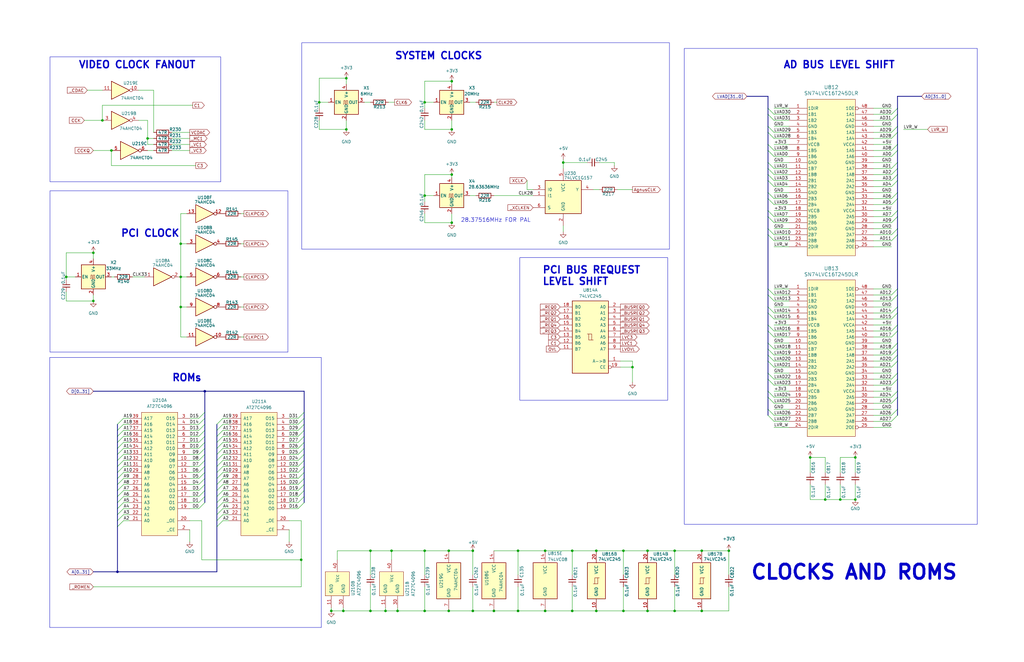
<source format=kicad_sch>
(kicad_sch (version 20231120) (generator "eeschema") (generator_version "8.0")
  (paper "B")
  (title_block (title "AMIGA PCI") (date "2024-05-26") (rev "3.0"))
  (junction (at 241.3 257.81))
  (junction (at 262.89 232.41))
  (junction (at 237.49 68.58))
  (junction (at 179.07 232.41))
  (junction (at 354.33 210.82))
  (junction (at 144.78 257.81))
  (junction (at 241.3 232.41))
  (junction (at 46.99 63.5))
  (junction (at 156.21 257.81))
  (junction (at 360.68 193.04))
  (junction (at 127 236.22))
  (junction (at 49.53 241.3))
  (junction (at 341.63 193.04))
  (junction (at 218.44 257.81))
  (junction (at 39.37 127))
  (junction (at 189.23 232.41))
  (junction (at 134.62 43.18))
  (junction (at 208.28 257.81))
  (junction (at 295.91 232.41))
  (junction (at 262.89 257.81))
  (junction (at 251.46 257.81))
  (junction (at 76.2 116.84))
  (junction (at 273.05 257.81))
  (junction (at 190.5 34.29))
  (junction (at 229.87 257.81))
  (junction (at 190.5 93.98))
  (junction (at 179.07 43.18))
  (junction (at 295.91 257.81))
  (junction (at 251.46 232.41))
  (junction (at 27.94 116.84))
  (junction (at 39.37 106.68))
  (junction (at 179.07 82.55))
  (junction (at 360.68 210.82))
  (junction (at 199.39 257.81))
  (junction (at 139.7 257.81))
  (junction (at 146.05 54.61))
  (junction (at 307.34 232.41))
  (junction (at 76.2 102.87))
  (junction (at 162.56 257.81))
  (junction (at 43.18 50.8))
  (junction (at 179.07 257.81))
  (junction (at 284.48 257.81))
  (junction (at 156.21 232.41))
  (junction (at 229.87 232.41))
  (junction (at 266.7 154.94))
  (junction (at 86.36 165.1))
  (junction (at 218.44 232.41))
  (junction (at 347.98 210.82))
  (junction (at 190.5 73.66))
  (junction (at 165.1 232.41))
  (junction (at 76.2 129.54))
  (junction (at 167.64 257.81))
  (junction (at 199.39 232.41))
  (junction (at 62.23 58.42))
  (junction (at 273.05 232.41))
  (junction (at 146.05 33.02))
  (junction (at 284.48 232.41))
  (junction (at 189.23 257.81))
  (junction (at 190.5 54.61))
  (bus_entry (at 83.82 194.31) (size 2.54 -2.54))
  (bus_entry (at 93.98 214.63) (size -2.54 2.54))
  (bus_entry (at 375.92 48.26) (size 2.54 -2.54))
  (bus_entry (at 326.39 167.64) (size -2.54 -2.54))
  (bus_entry (at 125.73 209.55) (size 2.54 -2.54))
  (bus_entry (at 375.92 139.7) (size 2.54 -2.54))
  (bus_entry (at 93.98 194.31) (size -2.54 2.54))
  (bus_entry (at 83.82 196.85) (size 2.54 -2.54))
  (bus_entry (at 83.82 204.47) (size 2.54 -2.54))
  (bus_entry (at 52.07 207.01) (size -2.54 2.54))
  (bus_entry (at 93.98 207.01) (size -2.54 2.54))
  (bus_entry (at 326.39 124.46) (size -2.54 -2.54))
  (bus_entry (at 52.07 204.47) (size -2.54 2.54))
  (bus_entry (at 326.39 101.6) (size -2.54 -2.54))
  (bus_entry (at 52.07 214.63) (size -2.54 2.54))
  (bus_entry (at 326.39 63.5) (size -2.54 -2.54))
  (bus_entry (at 83.82 181.61) (size 2.54 -2.54))
  (bus_entry (at 93.98 196.85) (size -2.54 2.54))
  (bus_entry (at 375.92 154.94) (size 2.54 -2.54))
  (bus_entry (at 125.73 204.47) (size 2.54 -2.54))
  (bus_entry (at 52.07 184.15) (size -2.54 2.54))
  (bus_entry (at 93.98 186.69) (size -2.54 2.54))
  (bus_entry (at 375.92 66.04) (size 2.54 -2.54))
  (bus_entry (at 375.92 86.36) (size 2.54 -2.54))
  (bus_entry (at 83.82 186.69) (size 2.54 -2.54))
  (bus_entry (at 93.98 189.23) (size -2.54 2.54))
  (bus_entry (at 93.98 212.09) (size -2.54 2.54))
  (bus_entry (at 93.98 201.93) (size -2.54 2.54))
  (bus_entry (at 375.92 160.02) (size 2.54 -2.54))
  (bus_entry (at 375.92 58.42) (size 2.54 -2.54))
  (bus_entry (at 125.73 207.01) (size 2.54 -2.54))
  (bus_entry (at 52.07 191.77) (size -2.54 2.54))
  (bus_entry (at 375.92 55.88) (size 2.54 -2.54))
  (bus_entry (at 83.82 184.15) (size 2.54 -2.54))
  (bus_entry (at 52.07 194.31) (size -2.54 2.54))
  (bus_entry (at 125.73 179.07) (size 2.54 -2.54))
  (bus_entry (at 326.39 149.86) (size -2.54 -2.54))
  (bus_entry (at 52.07 212.09) (size -2.54 2.54))
  (bus_entry (at 326.39 177.8) (size -2.54 -2.54))
  (bus_entry (at 375.92 149.86) (size 2.54 -2.54))
  (bus_entry (at 326.39 175.26) (size -2.54 -2.54))
  (bus_entry (at 83.82 207.01) (size 2.54 -2.54))
  (bus_entry (at 52.07 176.53) (size -2.54 2.54))
  (bus_entry (at 93.98 219.71) (size -2.54 2.54))
  (bus_entry (at 375.92 63.5) (size 2.54 -2.54))
  (bus_entry (at 326.39 154.94) (size -2.54 -2.54))
  (bus_entry (at 326.39 127) (size -2.54 -2.54))
  (bus_entry (at 375.92 93.98) (size 2.54 -2.54))
  (bus_entry (at 326.39 55.88) (size -2.54 -2.54))
  (bus_entry (at 375.92 132.08) (size 2.54 -2.54))
  (bus_entry (at 375.92 71.12) (size 2.54 -2.54))
  (bus_entry (at 326.39 93.98) (size -2.54 -2.54))
  (bus_entry (at 52.07 181.61) (size -2.54 2.54))
  (bus_entry (at 375.92 175.26) (size 2.54 -2.54))
  (bus_entry (at 93.98 179.07) (size -2.54 2.54))
  (bus_entry (at 326.39 76.2) (size -2.54 -2.54))
  (bus_entry (at 83.82 179.07) (size 2.54 -2.54))
  (bus_entry (at 83.82 212.09) (size 2.54 -2.54))
  (bus_entry (at 375.92 78.74) (size 2.54 -2.54))
  (bus_entry (at 375.92 91.44) (size 2.54 -2.54))
  (bus_entry (at 326.39 170.18) (size -2.54 -2.54))
  (bus_entry (at 52.07 219.71) (size -2.54 2.54))
  (bus_entry (at 326.39 78.74) (size -2.54 -2.54))
  (bus_entry (at 125.73 212.09) (size 2.54 -2.54))
  (bus_entry (at 375.92 162.56) (size 2.54 -2.54))
  (bus_entry (at 52.07 196.85) (size -2.54 2.54))
  (bus_entry (at 125.73 186.69) (size 2.54 -2.54))
  (bus_entry (at 375.92 134.62) (size 2.54 -2.54))
  (bus_entry (at 375.92 50.8) (size 2.54 -2.54))
  (bus_entry (at 375.92 152.4) (size 2.54 -2.54))
  (bus_entry (at 52.07 209.55) (size -2.54 2.54))
  (bus_entry (at 125.73 189.23) (size 2.54 -2.54))
  (bus_entry (at 93.98 191.77) (size -2.54 2.54))
  (bus_entry (at 326.39 99.06) (size -2.54 -2.54))
  (bus_entry (at 93.98 217.17) (size -2.54 2.54))
  (bus_entry (at 326.39 147.32) (size -2.54 -2.54))
  (bus_entry (at 83.82 176.53) (size 2.54 -2.54))
  (bus_entry (at 326.39 50.8) (size -2.54 -2.54))
  (bus_entry (at 375.92 177.8) (size 2.54 -2.54))
  (bus_entry (at 326.39 48.26) (size -2.54 -2.54))
  (bus_entry (at 375.92 124.46) (size 2.54 -2.54))
  (bus_entry (at 83.82 191.77) (size 2.54 -2.54))
  (bus_entry (at 326.39 139.7) (size -2.54 -2.54))
  (bus_entry (at 326.39 91.44) (size -2.54 -2.54))
  (bus_entry (at 326.39 152.4) (size -2.54 -2.54))
  (bus_entry (at 326.39 58.42) (size -2.54 -2.54))
  (bus_entry (at 326.39 160.02) (size -2.54 -2.54))
  (bus_entry (at 125.73 214.63) (size 2.54 -2.54))
  (bus_entry (at 93.98 181.61) (size -2.54 2.54))
  (bus_entry (at 375.92 170.18) (size 2.54 -2.54))
  (bus_entry (at 125.73 196.85) (size 2.54 -2.54))
  (bus_entry (at 375.92 142.24) (size 2.54 -2.54))
  (bus_entry (at 375.92 127) (size 2.54 -2.54))
  (bus_entry (at 326.39 162.56) (size -2.54 -2.54))
  (bus_entry (at 125.73 184.15) (size 2.54 -2.54))
  (bus_entry (at 93.98 176.53) (size -2.54 2.54))
  (bus_entry (at 326.39 73.66) (size -2.54 -2.54))
  (bus_entry (at 375.92 101.6) (size 2.54 -2.54))
  (bus_entry (at 326.39 83.82) (size -2.54 -2.54))
  (bus_entry (at 375.92 167.64) (size 2.54 -2.54))
  (bus_entry (at 52.07 189.23) (size -2.54 2.54))
  (bus_entry (at 52.07 201.93) (size -2.54 2.54))
  (bus_entry (at 326.39 71.12) (size -2.54 -2.54))
  (bus_entry (at 83.82 189.23) (size 2.54 -2.54))
  (bus_entry (at 52.07 179.07) (size -2.54 2.54))
  (bus_entry (at 93.98 204.47) (size -2.54 2.54))
  (bus_entry (at 52.07 186.69) (size -2.54 2.54))
  (bus_entry (at 375.92 83.82) (size 2.54 -2.54))
  (bus_entry (at 375.92 99.06) (size 2.54 -2.54))
  (bus_entry (at 326.39 66.04) (size -2.54 -2.54))
  (bus_entry (at 125.73 194.31) (size 2.54 -2.54))
  (bus_entry (at 52.07 217.17) (size -2.54 2.54))
  (bus_entry (at 375.92 76.2) (size 2.54 -2.54))
  (bus_entry (at 125.73 199.39) (size 2.54 -2.54))
  (bus_entry (at 125.73 191.77) (size 2.54 -2.54))
  (bus_entry (at 93.98 184.15) (size -2.54 2.54))
  (bus_entry (at 93.98 209.55) (size -2.54 2.54))
  (bus_entry (at 125.73 181.61) (size 2.54 -2.54))
  (bus_entry (at 83.82 199.39) (size 2.54 -2.54))
  (bus_entry (at 326.39 86.36) (size -2.54 -2.54))
  (bus_entry (at 375.92 147.32) (size 2.54 -2.54))
  (bus_entry (at 375.92 73.66) (size 2.54 -2.54))
  (bus_entry (at 93.98 199.39) (size -2.54 2.54))
  (bus_entry (at 125.73 201.93) (size 2.54 -2.54))
  (bus_entry (at 326.39 134.62) (size -2.54 -2.54))
  (bus_entry (at 326.39 132.08) (size -2.54 -2.54))
  (bus_entry (at 52.07 199.39) (size -2.54 2.54))
  (bus_entry (at 326.39 142.24) (size -2.54 -2.54))
  (bus_entry (at 83.82 201.93) (size 2.54 -2.54))
  (bus_entry (at 125.73 176.53) (size 2.54 -2.54))
  (bus_entry (at 83.82 214.63) (size 2.54 -2.54))
  (bus_entry (at 83.82 209.55) (size 2.54 -2.54))
  (wire (pts (xy 332.74 68.58) (xy 326.39 68.58)))
  (bus (pts (xy 49.53 191.77) (xy 49.53 194.31)))
  (bus (pts (xy 86.36 165.1) (xy 128.27 165.1)))
  (wire (pts (xy 199.39 242.57) (xy 199.39 232.41)))
  (wire (pts (xy 222.25 76.2) (xy 222.25 80.01)))
  (bus (pts (xy 323.85 149.86) (xy 323.85 147.32)))
  (wire (pts (xy 284.48 257.81) (xy 295.91 257.81)))
  (wire (pts (xy 167.64 256.54) (xy 167.64 257.81)))
  (bus (pts (xy 378.46 124.46) (xy 378.46 121.92)))
  (wire (pts (xy 199.39 257.81) (xy 208.28 257.81)))
  (wire (pts (xy 64.77 58.42) (xy 62.23 58.42)))
  (wire (pts (xy 101.6 90.17) (xy 102.87 90.17)))
  (wire (pts (xy 43.18 44.45) (xy 81.28 44.45)))
  (bus (pts (xy 49.53 184.15) (xy 49.53 186.69)))
  (wire (pts (xy 332.74 160.02) (xy 326.39 160.02)))
  (bus (pts (xy 91.44 196.85) (xy 91.44 199.39)))
  (bus (pts (xy 39.37 241.3) (xy 49.53 241.3)))
  (bus (pts (xy 378.46 172.72) (xy 378.46 167.64)))
  (wire (pts (xy 332.74 149.86) (xy 326.39 149.86)))
  (wire (pts (xy 284.48 257.81) (xy 284.48 247.65)))
  (wire (pts (xy 179.07 232.41) (xy 189.23 232.41)))
  (wire (pts (xy 96.52 219.71) (xy 93.98 219.71)))
  (wire (pts (xy 121.92 189.23) (xy 125.73 189.23)))
  (wire (pts (xy 134.62 33.02) (xy 146.05 33.02)))
  (bus (pts (xy 323.85 55.88) (xy 323.85 53.34)))
  (wire (pts (xy 96.52 196.85) (xy 93.98 196.85)))
  (bus (pts (xy 86.36 186.69) (xy 86.36 189.23)))
  (wire (pts (xy 375.92 63.5) (xy 368.3 63.5)))
  (wire (pts (xy 62.23 58.42) (xy 62.23 60.96)))
  (bus (pts (xy 378.46 149.86) (xy 378.46 147.32)))
  (wire (pts (xy 78.74 142.24) (xy 76.2 142.24)))
  (wire (pts (xy 142.24 232.41) (xy 156.21 232.41)))
  (wire (pts (xy 332.74 93.98) (xy 326.39 93.98)))
  (bus (pts (xy 323.85 81.28) (xy 323.85 76.2)))
  (bus (pts (xy 49.53 241.3) (xy 91.44 241.3)))
  (bus (pts (xy 128.27 186.69) (xy 128.27 189.23)))
  (wire (pts (xy 54.61 184.15) (xy 52.07 184.15)))
  (wire (pts (xy 375.92 175.26) (xy 368.3 175.26)))
  (bus (pts (xy 378.46 81.28) (xy 378.46 76.2)))
  (wire (pts (xy 375.92 91.44) (xy 368.3 91.44)))
  (wire (pts (xy 179.07 247.65) (xy 179.07 257.81)))
  (wire (pts (xy 121.92 186.69) (xy 125.73 186.69)))
  (wire (pts (xy 368.3 144.78) (xy 375.92 144.78)))
  (wire (pts (xy 189.23 232.41) (xy 199.39 232.41)))
  (wire (pts (xy 146.05 33.02) (xy 146.05 35.56)))
  (bus (pts (xy 49.53 222.25) (xy 49.53 241.3)))
  (wire (pts (xy 241.3 232.41) (xy 229.87 232.41)))
  (bus (pts (xy 378.46 139.7) (xy 378.46 137.16)))
  (wire (pts (xy 332.74 127) (xy 326.39 127)))
  (wire (pts (xy 341.63 193.04) (xy 347.98 193.04)))
  (wire (pts (xy 332.74 91.44) (xy 326.39 91.44)))
  (wire (pts (xy 101.6 142.24) (xy 102.87 142.24)))
  (wire (pts (xy 332.74 152.4) (xy 326.39 152.4)))
  (wire (pts (xy 368.3 60.96) (xy 375.92 60.96)))
  (wire (pts (xy 78.74 90.17) (xy 76.2 90.17)))
  (bus (pts (xy 49.53 201.93) (xy 49.53 204.47)))
  (wire (pts (xy 80.01 194.31) (xy 83.82 194.31)))
  (wire (pts (xy 332.74 71.12) (xy 326.39 71.12)))
  (wire (pts (xy 80.01 209.55) (xy 83.82 209.55)))
  (wire (pts (xy 368.3 53.34) (xy 375.92 53.34)))
  (bus (pts (xy 49.53 214.63) (xy 49.53 217.17)))
  (bus (pts (xy 378.46 60.96) (xy 378.46 55.88)))
  (wire (pts (xy 368.3 88.9) (xy 375.92 88.9)))
  (wire (pts (xy 332.74 162.56) (xy 326.39 162.56)))
  (wire (pts (xy 332.74 83.82) (xy 326.39 83.82)))
  (wire (pts (xy 39.37 106.68) (xy 39.37 109.22)))
  (wire (pts (xy 375.92 58.42) (xy 368.3 58.42)))
  (bus (pts (xy 91.44 181.61) (xy 91.44 184.15)))
  (wire (pts (xy 266.7 154.94) (xy 261.62 154.94)))
  (wire (pts (xy 218.44 232.41) (xy 229.87 232.41)))
  (bus (pts (xy 128.27 199.39) (xy 128.27 201.93)))
  (wire (pts (xy 198.12 82.55) (xy 200.66 82.55)))
  (wire (pts (xy 96.52 179.07) (xy 93.98 179.07)))
  (bus (pts (xy 128.27 209.55) (xy 128.27 212.09)))
  (wire (pts (xy 121.92 184.15) (xy 125.73 184.15)))
  (wire (pts (xy 222.25 80.01) (xy 224.79 80.01)))
  (wire (pts (xy 162.56 257.81) (xy 167.64 257.81)))
  (bus (pts (xy 128.27 196.85) (xy 128.27 199.39)))
  (wire (pts (xy 31.75 116.84) (xy 27.94 116.84)))
  (wire (pts (xy 368.3 172.72) (xy 375.92 172.72)))
  (wire (pts (xy 332.74 78.74) (xy 326.39 78.74)))
  (bus (pts (xy 128.27 204.47) (xy 128.27 207.01)))
  (bus (pts (xy 378.46 121.92) (xy 378.46 99.06)))
  (bus (pts (xy 378.46 132.08) (xy 378.46 129.54)))
  (wire (pts (xy 332.74 139.7) (xy 326.39 139.7)))
  (wire (pts (xy 27.94 106.68) (xy 39.37 106.68)))
  (wire (pts (xy 332.74 99.06) (xy 326.39 99.06)))
  (wire (pts (xy 332.74 50.8) (xy 326.39 50.8)))
  (wire (pts (xy 80.01 181.61) (xy 83.82 181.61)))
  (wire (pts (xy 121.92 199.39) (xy 125.73 199.39)))
  (bus (pts (xy 323.85 45.72) (xy 323.85 40.64)))
  (wire (pts (xy 307.34 242.57) (xy 307.34 232.41)))
  (wire (pts (xy 218.44 257.81) (xy 229.87 257.81)))
  (bus (pts (xy 378.46 73.66) (xy 378.46 71.12)))
  (wire (pts (xy 368.3 129.54) (xy 375.92 129.54)))
  (wire (pts (xy 80.01 196.85) (xy 83.82 196.85)))
  (wire (pts (xy 332.74 170.18) (xy 326.39 170.18)))
  (wire (pts (xy 182.88 82.55) (xy 179.07 82.55)))
  (wire (pts (xy 138.43 43.18) (xy 134.62 43.18)))
  (wire (pts (xy 121.92 204.47) (xy 125.73 204.47)))
  (wire (pts (xy 273.05 257.81) (xy 284.48 257.81)))
  (wire (pts (xy 179.07 232.41) (xy 179.07 242.57)))
  (wire (pts (xy 39.37 63.5) (xy 46.99 63.5)))
  (wire (pts (xy 43.18 50.8) (xy 43.18 44.45)))
  (wire (pts (xy 96.52 191.77) (xy 93.98 191.77)))
  (bus (pts (xy 378.46 40.64) (xy 388.62 40.64)))
  (wire (pts (xy 27.94 127) (xy 39.37 127)))
  (wire (pts (xy 153.67 43.18) (xy 156.21 43.18)))
  (wire (pts (xy 375.92 134.62) (xy 368.3 134.62)))
  (wire (pts (xy 266.7 152.4) (xy 266.7 154.94)))
  (wire (pts (xy 375.92 76.2) (xy 368.3 76.2)))
  (wire (pts (xy 80.01 204.47) (xy 83.82 204.47)))
  (wire (pts (xy 27.94 116.84) (xy 27.94 106.68)))
  (bus (pts (xy 378.46 147.32) (xy 378.46 144.78)))
  (wire (pts (xy 96.52 189.23) (xy 93.98 189.23)))
  (wire (pts (xy 36.83 38.1) (xy 43.18 38.1)))
  (wire (pts (xy 332.74 45.72) (xy 326.39 45.72)))
  (wire (pts (xy 127 236.22) (xy 127 219.71)))
  (bus (pts (xy 323.85 167.64) (xy 323.85 165.1)))
  (wire (pts (xy 375.92 48.26) (xy 368.3 48.26)))
  (wire (pts (xy 375.92 132.08) (xy 368.3 132.08)))
  (wire (pts (xy 368.3 121.92) (xy 375.92 121.92)))
  (bus (pts (xy 128.27 194.31) (xy 128.27 196.85)))
  (wire (pts (xy 347.98 210.82) (xy 354.33 210.82)))
  (wire (pts (xy 332.74 88.9) (xy 326.39 88.9)))
  (wire (pts (xy 80.01 191.77) (xy 83.82 191.77)))
  (wire (pts (xy 165.1 232.41) (xy 179.07 232.41)))
  (wire (pts (xy 332.74 134.62) (xy 326.39 134.62)))
  (bus (pts (xy 91.44 191.77) (xy 91.44 194.31)))
  (wire (pts (xy 332.74 147.32) (xy 326.39 147.32)))
  (wire (pts (xy 241.3 232.41) (xy 251.46 232.41)))
  (bus (pts (xy 49.53 181.61) (xy 49.53 184.15)))
  (wire (pts (xy 262.89 257.81) (xy 262.89 247.65)))
  (wire (pts (xy 179.07 82.55) (xy 179.07 73.66)))
  (wire (pts (xy 375.92 154.94) (xy 368.3 154.94)))
  (wire (pts (xy 332.74 144.78) (xy 326.39 144.78)))
  (wire (pts (xy 179.07 34.29) (xy 190.5 34.29)))
  (wire (pts (xy 368.3 96.52) (xy 375.92 96.52)))
  (bus (pts (xy 378.46 137.16) (xy 378.46 132.08)))
  (bus (pts (xy 128.27 179.07) (xy 128.27 181.61)))
  (bus (pts (xy 378.46 76.2) (xy 378.46 73.66)))
  (wire (pts (xy 368.3 137.16) (xy 375.92 137.16)))
  (wire (pts (xy 347.98 193.04) (xy 347.98 199.39)))
  (wire (pts (xy 54.61 219.71) (xy 52.07 219.71)))
  (wire (pts (xy 179.07 43.18) (xy 179.07 34.29)))
  (bus (pts (xy 378.46 45.72) (xy 378.46 40.64)))
  (bus (pts (xy 323.85 147.32) (xy 323.85 144.78)))
  (wire (pts (xy 182.88 43.18) (xy 179.07 43.18)))
  (bus (pts (xy 91.44 207.01) (xy 91.44 209.55)))
  (wire (pts (xy 27.94 123.19) (xy 27.94 127)))
  (wire (pts (xy 341.63 210.82) (xy 341.63 204.47)))
  (wire (pts (xy 72.39 55.88) (xy 80.01 55.88)))
  (wire (pts (xy 101.6 129.54) (xy 102.87 129.54)))
  (wire (pts (xy 96.52 194.31) (xy 93.98 194.31)))
  (bus (pts (xy 323.85 96.52) (xy 323.85 91.44)))
  (bus (pts (xy 378.46 160.02) (xy 378.46 157.48)))
  (wire (pts (xy 80.01 223.52) (xy 80.01 228.6)))
  (wire (pts (xy 368.3 104.14) (xy 375.92 104.14)))
  (bus (pts (xy 378.46 129.54) (xy 378.46 124.46)))
  (wire (pts (xy 375.92 83.82) (xy 368.3 83.82)))
  (wire (pts (xy 218.44 247.65) (xy 218.44 257.81)))
  (wire (pts (xy 375.92 162.56) (xy 368.3 162.56)))
  (bus (pts (xy 323.85 68.58) (xy 323.85 63.5)))
  (wire (pts (xy 341.63 199.39) (xy 341.63 193.04)))
  (bus (pts (xy 39.37 165.1) (xy 86.36 165.1)))
  (wire (pts (xy 375.92 78.74) (xy 368.3 78.74)))
  (wire (pts (xy 80.01 214.63) (xy 83.82 214.63)))
  (wire (pts (xy 121.92 176.53) (xy 125.73 176.53)))
  (wire (pts (xy 121.92 219.71) (xy 127 219.71)))
  (wire (pts (xy 332.74 86.36) (xy 326.39 86.36)))
  (wire (pts (xy 156.21 257.81) (xy 162.56 257.81)))
  (wire (pts (xy 332.74 101.6) (xy 326.39 101.6)))
  (wire (pts (xy 80.01 179.07) (xy 83.82 179.07)))
  (wire (pts (xy 354.33 193.04) (xy 354.33 199.39)))
  (wire (pts (xy 199.39 247.65) (xy 199.39 257.81)))
  (bus (pts (xy 378.46 83.82) (xy 378.46 81.28)))
  (wire (pts (xy 72.39 58.42) (xy 80.01 58.42)))
  (bus (pts (xy 323.85 139.7) (xy 323.85 137.16)))
  (wire (pts (xy 262.89 242.57) (xy 262.89 232.41)))
  (bus (pts (xy 378.46 88.9) (xy 378.46 83.82)))
  (wire (pts (xy 121.92 209.55) (xy 125.73 209.55)))
  (wire (pts (xy 134.62 43.18) (xy 134.62 33.02)))
  (bus (pts (xy 323.85 144.78) (xy 323.85 139.7)))
  (wire (pts (xy 80.01 176.53) (xy 83.82 176.53)))
  (wire (pts (xy 262.89 232.41) (xy 251.46 232.41)))
  (bus (pts (xy 86.36 194.31) (xy 86.36 196.85)))
  (wire (pts (xy 96.52 207.01) (xy 93.98 207.01)))
  (wire (pts (xy 76.2 142.24) (xy 76.2 129.54)))
  (wire (pts (xy 80.01 212.09) (xy 83.82 212.09)))
  (wire (pts (xy 76.2 129.54) (xy 76.2 116.84)))
  (wire (pts (xy 96.52 199.39) (xy 93.98 199.39)))
  (bus (pts (xy 323.85 121.92) (xy 323.85 99.06)))
  (wire (pts (xy 121.92 181.61) (xy 125.73 181.61)))
  (wire (pts (xy 375.92 160.02) (xy 368.3 160.02)))
  (wire (pts (xy 96.52 184.15) (xy 93.98 184.15)))
  (wire (pts (xy 58.42 38.1) (xy 64.77 38.1)))
  (wire (pts (xy 54.61 199.39) (xy 52.07 199.39)))
  (wire (pts (xy 208.28 43.18) (xy 209.55 43.18)))
  (wire (pts (xy 55.88 116.84) (xy 60.96 116.84)))
  (bus (pts (xy 86.36 181.61) (xy 86.36 184.15)))
  (wire (pts (xy 360.68 210.82) (xy 360.68 204.47)))
  (wire (pts (xy 54.61 191.77) (xy 52.07 191.77)))
  (bus (pts (xy 378.46 55.88) (xy 378.46 53.34)))
  (bus (pts (xy 49.53 209.55) (xy 49.53 212.09)))
  (wire (pts (xy 332.74 60.96) (xy 326.39 60.96)))
  (bus (pts (xy 128.27 184.15) (xy 128.27 186.69)))
  (wire (pts (xy 134.62 54.61) (xy 146.05 54.61)))
  (wire (pts (xy 252.73 68.58) (xy 259.08 68.58)))
  (bus (pts (xy 49.53 186.69) (xy 49.53 189.23)))
  (wire (pts (xy 375.92 167.64) (xy 368.3 167.64)))
  (wire (pts (xy 139.7 257.81) (xy 144.78 257.81)))
  (wire (pts (xy 62.23 58.42) (xy 62.23 50.8)))
  (bus (pts (xy 49.53 179.07) (xy 49.53 181.61)))
  (wire (pts (xy 237.49 95.25) (xy 237.49 97.79)))
  (wire (pts (xy 375.92 149.86) (xy 368.3 149.86)))
  (wire (pts (xy 80.01 189.23) (xy 83.82 189.23)))
  (bus (pts (xy 323.85 99.06) (xy 323.85 96.52)))
  (wire (pts (xy 237.49 68.58) (xy 247.65 68.58)))
  (wire (pts (xy 165.1 232.41) (xy 165.1 236.22)))
  (wire (pts (xy 190.5 73.66) (xy 190.5 74.93)))
  (wire (pts (xy 72.39 60.96) (xy 80.01 60.96)))
  (wire (pts (xy 332.74 137.16) (xy 326.39 137.16)))
  (wire (pts (xy 54.61 189.23) (xy 52.07 189.23)))
  (wire (pts (xy 332.74 157.48) (xy 326.39 157.48)))
  (bus (pts (xy 91.44 184.15) (xy 91.44 186.69)))
  (wire (pts (xy 241.3 257.81) (xy 251.46 257.81)))
  (wire (pts (xy 332.74 129.54) (xy 326.39 129.54)))
  (wire (pts (xy 80.01 199.39) (xy 83.82 199.39)))
  (bus (pts (xy 86.36 179.07) (xy 86.36 181.61)))
  (wire (pts (xy 96.52 186.69) (xy 93.98 186.69)))
  (wire (pts (xy 332.74 104.14) (xy 326.39 104.14)))
  (wire (pts (xy 332.74 81.28) (xy 326.39 81.28)))
  (wire (pts (xy 375.92 55.88) (xy 368.3 55.88)))
  (bus (pts (xy 323.85 48.26) (xy 323.85 45.72)))
  (bus (pts (xy 323.85 137.16) (xy 323.85 132.08)))
  (wire (pts (xy 54.61 217.17) (xy 52.07 217.17)))
  (wire (pts (xy 375.92 73.66) (xy 368.3 73.66)))
  (wire (pts (xy 179.07 82.55) (xy 179.07 85.09)))
  (wire (pts (xy 284.48 232.41) (xy 273.05 232.41)))
  (bus (pts (xy 91.44 222.25) (xy 91.44 241.3)))
  (wire (pts (xy 332.74 142.24) (xy 326.39 142.24)))
  (bus (pts (xy 128.27 201.93) (xy 128.27 204.47)))
  (wire (pts (xy 96.52 217.17) (xy 93.98 217.17)))
  (bus (pts (xy 91.44 199.39) (xy 91.44 201.93)))
  (wire (pts (xy 54.61 201.93) (xy 52.07 201.93)))
  (wire (pts (xy 80.01 186.69) (xy 83.82 186.69)))
  (wire (pts (xy 179.07 73.66) (xy 190.5 73.66)))
  (wire (pts (xy 179.07 54.61) (xy 190.5 54.61)))
  (bus (pts (xy 323.85 152.4) (xy 323.85 149.86)))
  (bus (pts (xy 323.85 165.1) (xy 323.85 160.02)))
  (wire (pts (xy 251.46 257.81) (xy 262.89 257.81)))
  (wire (pts (xy 121.92 207.01) (xy 125.73 207.01)))
  (bus (pts (xy 378.46 175.26) (xy 378.46 172.72)))
  (bus (pts (xy 323.85 60.96) (xy 323.85 55.88)))
  (bus (pts (xy 323.85 124.46) (xy 323.85 121.92)))
  (bus (pts (xy 323.85 132.08) (xy 323.85 129.54)))
  (wire (pts (xy 179.07 90.17) (xy 179.07 93.98)))
  (wire (pts (xy 121.92 214.63) (xy 125.73 214.63)))
  (bus (pts (xy 49.53 189.23) (xy 49.53 191.77)))
  (wire (pts (xy 375.92 124.46) (xy 368.3 124.46)))
  (wire (pts (xy 375.92 142.24) (xy 368.3 142.24)))
  (bus (pts (xy 378.46 165.1) (xy 378.46 160.02)))
  (bus (pts (xy 49.53 196.85) (xy 49.53 199.39)))
  (wire (pts (xy 179.07 257.81) (xy 189.23 257.81)))
  (bus (pts (xy 49.53 199.39) (xy 49.53 201.93)))
  (bus (pts (xy 86.36 204.47) (xy 86.36 207.01)))
  (bus (pts (xy 86.36 184.15) (xy 86.36 186.69)))
  (wire (pts (xy 241.3 257.81) (xy 241.3 247.65)))
  (wire (pts (xy 96.52 181.61) (xy 93.98 181.61)))
  (bus (pts (xy 378.46 68.58) (xy 378.46 63.5)))
  (wire (pts (xy 375.92 66.04) (xy 368.3 66.04)))
  (wire (pts (xy 179.07 50.8) (xy 179.07 54.61)))
  (bus (pts (xy 49.53 217.17) (xy 49.53 219.71)))
  (wire (pts (xy 332.74 167.64) (xy 326.39 167.64)))
  (bus (pts (xy 49.53 212.09) (xy 49.53 214.63)))
  (wire (pts (xy 375.92 93.98) (xy 368.3 93.98)))
  (bus (pts (xy 49.53 219.71) (xy 49.53 222.25)))
  (bus (pts (xy 86.36 189.23) (xy 86.36 191.77)))
  (wire (pts (xy 332.74 53.34) (xy 326.39 53.34)))
  (bus (pts (xy 378.46 144.78) (xy 378.46 139.7)))
  (wire (pts (xy 96.52 214.63) (xy 93.98 214.63)))
  (wire (pts (xy 54.61 186.69) (xy 52.07 186.69)))
  (bus (pts (xy 323.85 157.48) (xy 323.85 152.4)))
  (wire (pts (xy 46.99 116.84) (xy 48.26 116.84)))
  (bus (pts (xy 86.36 165.1) (xy 86.36 173.99)))
  (wire (pts (xy 360.68 199.39) (xy 360.68 193.04)))
  (wire (pts (xy 266.7 154.94) (xy 266.7 161.29)))
  (bus (pts (xy 49.53 204.47) (xy 49.53 207.01)))
  (wire (pts (xy 261.62 152.4) (xy 266.7 152.4)))
  (bus (pts (xy 91.44 194.31) (xy 91.44 196.85)))
  (wire (pts (xy 332.74 121.92) (xy 326.39 121.92)))
  (bus (pts (xy 323.85 53.34) (xy 323.85 48.26)))
  (wire (pts (xy 368.3 45.72) (xy 375.92 45.72)))
  (bus (pts (xy 86.36 173.99) (xy 86.36 176.53)))
  (wire (pts (xy 354.33 210.82) (xy 360.68 210.82)))
  (wire (pts (xy 218.44 232.41) (xy 218.44 242.57)))
  (wire (pts (xy 121.92 194.31) (xy 125.73 194.31)))
  (wire (pts (xy 332.74 175.26) (xy 326.39 175.26)))
  (wire (pts (xy 72.39 63.5) (xy 80.01 63.5)))
  (wire (pts (xy 46.99 69.85) (xy 46.99 63.5)))
  (bus (pts (xy 378.46 63.5) (xy 378.46 60.96)))
  (bus (pts (xy 128.27 181.61) (xy 128.27 184.15)))
  (bus (pts (xy 323.85 71.12) (xy 323.85 68.58)))
  (wire (pts (xy 332.74 96.52) (xy 326.39 96.52)))
  (bus (pts (xy 323.85 76.2) (xy 323.85 73.66)))
  (bus (pts (xy 86.36 191.77) (xy 86.36 194.31)))
  (wire (pts (xy 332.74 124.46) (xy 326.39 124.46)))
  (bus (pts (xy 91.44 189.23) (xy 91.44 191.77)))
  (wire (pts (xy 85.09 236.22) (xy 127 236.22)))
  (wire (pts (xy 208.28 257.81) (xy 218.44 257.81)))
  (wire (pts (xy 80.01 184.15) (xy 83.82 184.15)))
  (wire (pts (xy 262.89 257.81) (xy 273.05 257.81)))
  (bus (pts (xy 128.27 173.99) (xy 128.27 165.1)))
  (bus (pts (xy 323.85 83.82) (xy 323.85 81.28)))
  (wire (pts (xy 121.92 196.85) (xy 125.73 196.85)))
  (wire (pts (xy 58.42 50.8) (xy 62.23 50.8)))
  (bus (pts (xy 91.44 201.93) (xy 91.44 204.47)))
  (wire (pts (xy 76.2 102.87) (xy 76.2 116.84)))
  (wire (pts (xy 127 247.65) (xy 39.37 247.65)))
  (wire (pts (xy 156.21 232.41) (xy 156.21 242.57)))
  (wire (pts (xy 54.61 194.31) (xy 52.07 194.31)))
  (wire (pts (xy 307.34 257.81) (xy 307.34 247.65)))
  (wire (pts (xy 96.52 212.09) (xy 93.98 212.09)))
  (bus (pts (xy 128.27 176.53) (xy 128.27 179.07)))
  (wire (pts (xy 375.92 71.12) (xy 368.3 71.12)))
  (wire (pts (xy 96.52 204.47) (xy 93.98 204.47)))
  (wire (pts (xy 190.5 90.17) (xy 190.5 93.98)))
  (wire (pts (xy 229.87 257.81) (xy 241.3 257.81)))
  (wire (pts (xy 262.89 232.41) (xy 273.05 232.41)))
  (wire (pts (xy 76.2 116.84) (xy 78.74 116.84)))
  (wire (pts (xy 368.3 180.34) (xy 375.92 180.34)))
  (wire (pts (xy 167.64 257.81) (xy 179.07 257.81)))
  (bus (pts (xy 323.85 175.26) (xy 323.85 172.72)))
  (bus (pts (xy 378.46 157.48) (xy 378.46 152.4)))
  (wire (pts (xy 368.3 165.1) (xy 375.92 165.1)))
  (wire (pts (xy 96.52 176.53) (xy 93.98 176.53)))
  (bus (pts (xy 378.46 53.34) (xy 378.46 48.26)))
  (wire (pts (xy 375.92 177.8) (xy 368.3 177.8)))
  (wire (pts (xy 208.28 232.41) (xy 218.44 232.41)))
  (wire (pts (xy 35.56 50.8) (xy 43.18 50.8)))
  (wire (pts (xy 332.74 63.5) (xy 326.39 63.5)))
  (wire (pts (xy 142.24 232.41) (xy 142.24 236.22)))
  (wire (pts (xy 208.28 82.55) (xy 224.79 82.55)))
  (wire (pts (xy 162.56 256.54) (xy 162.56 257.81)))
  (bus (pts (xy 378.46 99.06) (xy 378.46 96.52)))
  (bus (pts (xy 91.44 204.47) (xy 91.44 207.01)))
  (wire (pts (xy 332.74 165.1) (xy 326.39 165.1)))
  (bus (pts (xy 91.44 217.17) (xy 91.44 219.71)))
  (wire (pts (xy 368.3 157.48) (xy 375.92 157.48)))
  (wire (pts (xy 76.2 90.17) (xy 76.2 102.87)))
  (bus (pts (xy 91.44 219.71) (xy 91.44 222.25)))
  (wire (pts (xy 127 247.65) (xy 127 236.22)))
  (wire (pts (xy 96.52 201.93) (xy 93.98 201.93)))
  (wire (pts (xy 354.33 193.04) (xy 360.68 193.04)))
  (wire (pts (xy 252.73 80.01) (xy 250.19 80.01)))
  (wire (pts (xy 134.62 43.18) (xy 134.62 45.72)))
  (bus (pts (xy 49.53 194.31) (xy 49.53 196.85)))
  (wire (pts (xy 332.74 76.2) (xy 326.39 76.2)))
  (bus (pts (xy 128.27 189.23) (xy 128.27 191.77)))
  (wire (pts (xy 332.74 172.72) (xy 326.39 172.72)))
  (bus (pts (xy 86.36 201.93) (xy 86.36 204.47)))
  (wire (pts (xy 80.01 207.01) (xy 83.82 207.01)))
  (wire (pts (xy 266.7 80.01) (xy 260.35 80.01)))
  (wire (pts (xy 307.34 232.41) (xy 295.91 232.41)))
  (bus (pts (xy 378.46 48.26) (xy 378.46 45.72)))
  (bus (pts (xy 323.85 91.44) (xy 323.85 88.9)))
  (wire (pts (xy 54.61 207.01) (xy 52.07 207.01)))
  (bus (pts (xy 91.44 214.63) (xy 91.44 217.17)))
  (wire (pts (xy 64.77 38.1) (xy 64.77 55.88)))
  (wire (pts (xy 27.94 116.84) (xy 27.94 118.11)))
  (bus (pts (xy 128.27 207.01) (xy 128.27 209.55)))
  (wire (pts (xy 259.08 68.58) (xy 259.08 69.85)))
  (bus (pts (xy 323.85 73.66) (xy 323.85 71.12)))
  (wire (pts (xy 190.5 34.29) (xy 190.5 35.56)))
  (bus (pts (xy 378.46 96.52) (xy 378.46 91.44)))
  (wire (pts (xy 139.7 256.54) (xy 139.7 257.81)))
  (wire (pts (xy 332.74 58.42) (xy 326.39 58.42)))
  (wire (pts (xy 54.61 214.63) (xy 52.07 214.63)))
  (wire (pts (xy 332.74 154.94) (xy 326.39 154.94)))
  (wire (pts (xy 375.92 86.36) (xy 368.3 86.36)))
  (wire (pts (xy 163.83 43.18) (xy 166.37 43.18)))
  (bus (pts (xy 314.96 40.64) (xy 323.85 40.64)))
  (wire (pts (xy 121.92 191.77) (xy 125.73 191.77)))
  (bus (pts (xy 323.85 129.54) (xy 323.85 124.46)))
  (wire (pts (xy 62.23 60.96) (xy 64.77 60.96)))
  (wire (pts (xy 332.74 180.34) (xy 326.39 180.34)))
  (bus (pts (xy 86.36 176.53) (xy 86.36 179.07)))
  (wire (pts (xy 375.92 170.18) (xy 368.3 170.18)))
  (bus (pts (xy 91.44 186.69) (xy 91.44 189.23)))
  (bus (pts (xy 86.36 209.55) (xy 86.36 212.09)))
  (wire (pts (xy 101.6 116.84) (xy 102.87 116.84)))
  (wire (pts (xy 375.92 147.32) (xy 368.3 147.32)))
  (wire (pts (xy 332.74 48.26) (xy 326.39 48.26)))
  (bus (pts (xy 323.85 160.02) (xy 323.85 157.48)))
  (wire (pts (xy 121.92 212.09) (xy 125.73 212.09)))
  (bus (pts (xy 91.44 179.07) (xy 91.44 181.61)))
  (wire (pts (xy 295.91 257.81) (xy 307.34 257.81)))
  (wire (pts (xy 199.39 257.81) (xy 189.23 257.81)))
  (wire (pts (xy 64.77 63.5) (xy 62.23 63.5)))
  (wire (pts (xy 121.92 179.07) (xy 125.73 179.07)))
  (wire (pts (xy 39.37 124.46) (xy 39.37 127)))
  (bus (pts (xy 323.85 63.5) (xy 323.85 60.96)))
  (wire (pts (xy 134.62 50.8) (xy 134.62 54.61)))
  (wire (pts (xy 85.09 219.71) (xy 85.09 236.22)))
  (wire (pts (xy 80.01 219.71) (xy 85.09 219.71)))
  (wire (pts (xy 284.48 232.41) (xy 295.91 232.41)))
  (wire (pts (xy 156.21 232.41) (xy 165.1 232.41)))
  (wire (pts (xy 190.5 50.8) (xy 190.5 54.61)))
  (wire (pts (xy 101.6 102.87) (xy 102.87 102.87)))
  (wire (pts (xy 368.3 68.58) (xy 375.92 68.58)))
  (wire (pts (xy 368.3 81.28) (xy 375.92 81.28)))
  (wire (pts (xy 198.12 43.18) (xy 200.66 43.18)))
  (wire (pts (xy 391.16 54.61) (xy 381 54.61)))
  (wire (pts (xy 54.61 196.85) (xy 52.07 196.85)))
  (bus (pts (xy 378.46 91.44) (xy 378.46 88.9)))
  (wire (pts (xy 146.05 50.8) (xy 146.05 54.61)))
  (wire (pts (xy 375.92 127) (xy 368.3 127)))
  (wire (pts (xy 237.49 67.31) (xy 237.49 68.58)))
  (wire (pts (xy 332.74 177.8) (xy 326.39 177.8)))
  (wire (pts (xy 375.92 139.7) (xy 368.3 139.7)))
  (bus (pts (xy 86.36 207.01) (xy 86.36 209.55)))
  (wire (pts (xy 332.74 73.66) (xy 326.39 73.66)))
  (bus (pts (xy 128.27 173.99) (xy 128.27 176.53)))
  (wire (pts (xy 54.61 209.55) (xy 52.07 209.55)))
  (wire (pts (xy 144.78 257.81) (xy 156.21 257.81)))
  (wire (pts (xy 284.48 242.57) (xy 284.48 232.41)))
  (wire (pts (xy 121.92 201.93) (xy 125.73 201.93)))
  (bus (pts (xy 323.85 172.72) (xy 323.85 167.64)))
  (wire (pts (xy 179.07 43.18) (xy 179.07 45.72)))
  (wire (pts (xy 76.2 129.54) (xy 78.74 129.54)))
  (wire (pts (xy 96.52 209.55) (xy 93.98 209.55)))
  (wire (pts (xy 375.92 50.8) (xy 368.3 50.8)))
  (wire (pts (xy 241.3 242.57) (xy 241.3 232.41)))
  (bus (pts (xy 86.36 199.39) (xy 86.36 201.93)))
  (wire (pts (xy 156.21 247.65) (xy 156.21 257.81)))
  (bus (pts (xy 378.46 167.64) (xy 378.46 165.1)))
  (wire (pts (xy 341.63 210.82) (xy 347.98 210.82)))
  (wire (pts (xy 237.49 68.58) (xy 237.49 71.12)))
  (wire (pts (xy 76.2 102.87) (xy 78.74 102.87)))
  (wire (pts (xy 332.74 66.04) (xy 326.39 66.04)))
  (bus (pts (xy 49.53 207.01) (xy 49.53 209.55)))
  (bus (pts (xy 128.27 191.77) (xy 128.27 194.31)))
  (wire (pts (xy 144.78 256.54) (xy 144.78 257.81)))
  (bus (pts (xy 378.46 152.4) (xy 378.46 149.86)))
  (wire (pts (xy 332.74 55.88) (xy 326.39 55.88)))
  (wire (pts (xy 179.07 93.98) (xy 190.5 93.98)))
  (wire (pts (xy 354.33 204.47) (xy 354.33 210.82)))
  (wire (pts (xy 54.61 181.61) (xy 52.07 181.61)))
  (wire (pts (xy 332.74 132.08) (xy 326.39 132.08)))
  (wire (pts (xy 46.99 69.85) (xy 82.55 69.85)))
  (bus (pts (xy 91.44 209.55) (xy 91.44 212.09)))
  (wire (pts (xy 54.61 179.07) (xy 52.07 179.07)))
  (bus (pts (xy 86.36 196.85) (xy 86.36 199.39)))
  (wire (pts (xy 80.01 201.93) (xy 83.82 201.93)))
  (bus (pts (xy 378.46 71.12) (xy 378.46 68.58)))
  (wire (pts (xy 54.61 204.47) (xy 52.07 204.47)))
  (wire (pts (xy 54.61 176.53) (xy 52.07 176.53)))
  (wire (pts (xy 375.92 101.6) (xy 368.3 101.6)))
  (bus (pts (xy 323.85 88.9) (xy 323.85 83.82)))
  (wire (pts (xy 375.92 99.06) (xy 368.3 99.06)))
  (wire (pts (xy 347.98 204.47) (xy 347.98 210.82)))
  (wire (pts (xy 54.61 212.09) (xy 52.07 212.09)))
  (wire (pts (xy 375.92 152.4) (xy 368.3 152.4)))
  (bus (pts (xy 91.44 212.09) (xy 91.44 214.63)))
  (wire (pts (xy 121.92 223.52) (xy 121.92 228.6)))
  (rectangle (start 21.082 80.518) (end 121.412 148.59))
  (rectangle (start 21.082 24.003) (end 93.091 76.708))
  (rectangle (start 219.202 108.712) (end 281.559 168.91))
  (rectangle (start 288.544 20.447) (end 412.115 221.234))
  (rectangle (start 127.254 18.034) (end 282.3 105.156))
  (rectangle (start 20.955 150.876) (end 135.509 264.795))
  (text "AD BUS LEVEL SHIFT" (at 330.2 29.21 0) (effects (font (size 3 3) (thickness 0.6) (bold yes)) (justify left bottom)))
  (text "PCI CLOCK" (at 50.8 100.33 0) (effects (font (size 3 3) (thickness 0.6) (bold yes)) (justify left bottom)))
  (text "28.37516MHz FOR PAL" (at 194.31 93.98 0) (effects (font (size 1.7 1.7)) (justify left bottom)))
  (text "SYSTEM CLOCKS" (at 166.37 25.4 0) (effects (font (size 3 3) (thickness 0.6) (bold yes)) (justify left bottom)))
  (text "PCI BUS REQUEST\nLEVEL SHIFT" (at 228.6 120.65 0) (effects (font (size 3 3) (thickness 0.6) (bold yes)) (justify left bottom)))
  (text "CLOCKS AND ROMS" (at 316.23 245.11 0) (effects (font (size 6 6) (thickness 1.2) (bold yes)) (justify left bottom)))
  (text "VIDEO CLOCK FANOUT" (at 33.02 29.21 0) (effects (font (size 3 3) (bold yes)) (justify left bottom)))
  (text "ROMs" (at 72.39 161.29 0) (effects (font (size 3 3) (thickness 0.6) (bold yes)) (justify left bottom)))
  (label "D3" (at 83.82 207.01 180))
  (label "GND" (at 375.92 53.34 180))
  (label "A14" (at 52.07 189.23 0))
  (label "A7" (at 93.98 207.01 0))
  (label "D27" (at 125.73 186.69 180))
  (label "GND" (at 375.92 104.14 180))
  (label "LVAD2" (at 326.39 73.66 0))
  (label "D16" (at 125.73 214.63 180))
  (label "GND" (at 375.92 68.58 180))
  (label "D19" (at 125.73 207.01 180))
  (label "LVAD13" (at 326.39 127 0))
  (label "D14" (at 83.82 179.07 180))
  (label "+3V3" (at 326.39 137.16 0))
  (label "A18" (at 52.07 179.07 0))
  (label "LVAD29" (at 326.39 55.88 0))
  (label "LVAD24" (at 326.39 167.64 0))
  (label "+5V" (at 375.92 60.96 180))
  (label "D24" (at 125.73 194.31 180))
  (label "A19" (at 52.07 176.53 0))
  (label "LVR_W" (at 326.39 45.72 0))
  (label "AD15" (at 375.92 134.62 180))
  (label "LVAD28" (at 326.39 58.42 0))
  (label "AD2" (at 375.92 73.66 180))
  (label "LVAD17" (at 326.39 142.24 0))
  (label "D22" (at 125.73 199.39 180))
  (label "AD21" (at 375.92 154.94 180))
  (label "GND" (at 326.39 53.34 0))
  (label "D31" (at 125.73 176.53 180))
  (label "A2" (at 93.98 219.71 0))
  (label "A2" (at 52.07 219.71 0))
  (label "A11" (at 52.07 196.85 0))
  (label "+5V" (at 375.92 165.1 180))
  (label "LVAD19" (at 326.39 149.86 0))
  (label "A11" (at 93.98 196.85 0))
  (label "GND" (at 326.39 68.58 0))
  (label "D13" (at 83.82 181.61 180))
  (label "A14" (at 93.98 189.23 0))
  (label "AD18" (at 375.92 147.32 180))
  (label "A3" (at 52.07 217.17 0))
  (label "A3" (at 93.98 217.17 0))
  (label "AD11" (at 375.92 101.6 180))
  (label "A15" (at 93.98 186.69 0))
  (label "LVAD0" (at 326.39 66.04 0))
  (label "GND" (at 375.92 129.54 180))
  (label "D2" (at 83.82 209.55 180))
  (label "A15" (at 52.07 186.69 0))
  (label "AD5" (at 375.92 86.36 180))
  (label "LVAD23" (at 326.39 162.56 0))
  (label "GND" (at 326.39 172.72 0))
  (label "D8" (at 83.82 194.31 180))
  (label "LVAD25" (at 326.39 170.18 0))
  (label "D20" (at 125.73 204.47 180))
  (label "D9" (at 83.82 191.77 180))
  (label "AD19" (at 375.92 149.86 180))
  (label "A6" (at 93.98 209.55 0))
  (label "D15" (at 83.82 176.53 180))
  (label "A16" (at 52.07 184.15 0))
  (label "AD4" (at 375.92 78.74 180))
  (label "LVAD31" (at 326.39 50.8 0))
  (label "AD17" (at 375.92 142.24 180))
  (label "LVR_W" (at 326.39 180.34 0))
  (label "A12" (at 93.98 194.31 0))
  (label "AD27" (at 375.92 177.8 180))
  (label "AD26" (at 375.92 175.26 180))
  (label "LVAD26" (at 326.39 175.26 0))
  (label "LVAD4" (at 326.39 78.74 0))
  (label "D5" (at 83.82 201.93 180))
  (label "LVAD3" (at 326.39 76.2 0))
  (label "D26" (at 125.73 189.23 180))
  (label "D23" (at 125.73 196.85 180))
  (label "AD24" (at 375.92 167.64 180))
  (label "LVAD14" (at 326.39 132.08 0))
  (label "A5" (at 93.98 212.09 0))
  (label "AD10" (at 375.92 99.06 180))
  (label "A5" (at 52.07 212.09 0))
  (label "A19" (at 93.98 176.53 0))
  (label "D25" (at 125.73 191.77 180))
  (label "D29" (at 125.73 181.61 180))
  (label "AD8" (at 375.92 63.5 180))
  (label "AD6" (at 375.92 83.82 180))
  (label "LVAD12" (at 326.39 124.46 0))
  (label "+5V" (at 375.92 88.9 180))
  (label "AD13" (at 375.92 127 180))
  (label "LVR_W" (at 326.39 121.92 0))
  (label "LVAD20" (at 326.39 152.4 0))
  (label "GND" (at 326.39 157.48 0))
  (label "LVAD5" (at 326.39 86.36 0))
  (label "A10" (at 93.98 199.39 0))
  (label "GND" (at 375.92 121.92 180))
  (label "GND" (at 375.92 81.28 180))
  (label "LVR_W" (at 381 54.61 0))
  (label "LVAD15" (at 326.39 134.62 0))
  (label "LVAD7" (at 326.39 91.44 0))
  (label "GND" (at 326.39 96.52 0))
  (label "AD9" (at 375.92 93.98 180))
  (label "AD3" (at 375.92 76.2 180))
  (label "GND" (at 375.92 45.72 180))
  (label "A13" (at 93.98 191.77 0))
  (label "A18" (at 93.98 179.07 0))
  (label "LVAD8" (at 326.39 63.5 0))
  (label "AD20" (at 375.92 152.4 180))
  (label "LVAD9" (at 326.39 93.98 0))
  (label "A8" (at 52.07 204.47 0))
  (label "LVAD30" (at 326.39 48.26 0))
  (label "CLK33" (at 55.88 116.84 0))
  (label "D11" (at 83.82 186.69 180))
  (label "AD25" (at 375.92 170.18 180))
  (label "LVAD22" (at 326.39 160.02 0))
  (label "LVAD1" (at 326.39 71.12 0))
  (label "D12" (at 83.82 184.15 180))
  (label "LVR_W" (at 326.39 104.14 0))
  (label "A4" (at 52.07 214.63 0))
  (label "D28" (at 125.73 184.15 180))
  (label "CLK28" (at 224.79 82.55 180))
  (label "GND" (at 375.92 172.72 180))
  (label "D1" (at 83.82 212.09 180))
  (label "A4" (at 93.98 214.63 0))
  (label "GND" (at 326.39 129.54 0))
  (label "AD14" (at 375.92 132.08 180))
  (label "AD28" (at 375.92 58.42 180))
  (label "AD7" (at 375.92 91.44 180))
  (label "LVAD6" (at 326.39 83.82 0))
  (label "GND" (at 375.92 180.34 180))
  (label "A17" (at 52.07 181.61 0))
  (label "A17" (at 93.98 181.61 0))
  (label "LVAD27" (at 326.39 177.8 0))
  (label "GND" (at 326.39 81.28 0))
  (label "AD16" (at 375.92 139.7 180))
  (label "+3V3" (at 326.39 60.96 0))
  (label "D10" (at 83.82 189.23 180))
  (label "LVAD18" (at 326.39 147.32 0))
  (label "AD0" (at 375.92 66.04 180))
  (label "AD30" (at 375.92 48.26 180))
  (label "A13" (at 52.07 191.77 0))
  (label "GND" (at 375.92 96.52 180))
  (label "AD22" (at 375.92 160.02 180))
  (label "D17" (at 125.73 212.09 180))
  (label "+3V3" (at 326.39 88.9 0))
  (label "AD12" (at 375.92 124.46 180))
  (label "D30" (at 125.73 179.07 180))
  (label "GND" (at 326.39 144.78 0))
  (label "D6" (at 83.82 199.39 180))
  (label "D21" (at 125.73 201.93 180))
  (label "A7" (at 52.07 207.01 0))
  (label "AD29" (at 375.92 55.88 180))
  (label "LVAD11" (at 326.39 101.6 0))
  (label "AD23" (at 375.92 162.56 180))
  (label "LVAD10" (at 326.39 99.06 0))
  (label "A9" (at 93.98 201.93 0))
  (label "D0" (at 83.82 214.63 180))
  (label "A8" (at 93.98 204.47 0))
  (label "A6" (at 52.07 209.55 0))
  (label "GND" (at 375.92 157.48 180))
  (label "GND" (at 375.92 144.78 180))
  (label "D18" (at 125.73 209.55 180))
  (label "AD1" (at 375.92 71.12 180))
  (label "AD31" (at 375.92 50.8 180))
  (label "D4" (at 83.82 204.47 180))
  (label "A12" (at 52.07 194.31 0))
  (label "A16" (at 93.98 184.15 0))
  (label "D7" (at 83.82 196.85 180))
  (label "+5V" (at 375.92 137.16 180))
  (label "LVAD21" (at 326.39 154.94 0))
  (label "+3V3" (at 326.39 165.1 0))
  (label "A9" (at 52.07 201.93 0))
  (label "A10" (at 52.07 199.39 0))
  (label "LVAD16" (at 326.39 139.7 0))
  (global_label "C1" (shape output) (at 81.28 44.45 0) (property "Intersheetrefs" "${INTERSHEET_REFS}" (at 86.6653 44.45 0) (effects (justify left))))
  (global_label "LVAD[31..0]" (shape bidirectional) (at 314.96 40.64 180) (property "Intersheetrefs" "${INTERSHEET_REFS}" (at 299.8567 40.64 0) (effects (justify right))))
  (global_label "_XCLKEN" (shape input) (at 224.79 87.63 180) (property "Intersheetrefs" "${INTERSHEET_REFS}" (at 213.6595 87.63 0) (effects (justify right))))
  (global_label "XCLK" (shape input) (at 222.25 76.2 180) (property "Intersheetrefs" "${INTERSHEET_REFS}" (at 214.5666 76.2 0) (effects (justify right))))
  (global_label "C3" (shape input) (at 236.22 142.24 180) (property "Intersheetrefs" "${INTERSHEET_REFS}" (at 230.7553 142.24 0) (effects (justify right))))
  (global_label "OVL" (shape input) (at 236.22 147.32 180) (property "Intersheetrefs" "${INTERSHEET_REFS}" (at 229.7876 147.32 0) (effects (justify right))))
  (global_label "_BUSREQ2" (shape output) (at 261.62 132.08 0) (property "Intersheetrefs" "${INTERSHEET_REFS}" (at 273.7698 132.0006 0) (effects (justify left))))
  (global_label "_REQ0" (shape input) (at 236.22 129.54 180) (property "Intersheetrefs" "${INTERSHEET_REFS}" (at 227.3082 129.54 0) (effects (justify right))))
  (global_label "CCK" (shape input) (at 35.56 50.8 180) (effects (font (size 1.2954 1.2954))) (property "Intersheetrefs" "${INTERSHEET_REFS}" (at 28.7104 50.8 0) (effects (justify right))))
  (global_label "LVC3" (shape output) (at 261.62 142.24 0) (property "Intersheetrefs" "${INTERSHEET_REFS}" (at 269.2014 142.24 0) (effects (justify left))))
  (global_label "_MC1" (shape output) (at 80.01 58.42 0) (property "Intersheetrefs" "${INTERSHEET_REFS}" (at 87.8143 58.42 0) (effects (justify left))))
  (global_label "_ROMEN" (shape input) (at 39.37 247.65 180) (property "Intersheetrefs" "${INTERSHEET_REFS}" (at 28.8858 247.65 0) (effects (justify right))))
  (global_label "CLKPCI4" (shape output) (at 102.87 102.87 0) (property "Intersheetrefs" "${INTERSHEET_REFS}" (at 113.6982 102.87 0) (effects (justify left))))
  (global_label "C1" (shape input) (at 236.22 144.78 180) (property "Intersheetrefs" "${INTERSHEET_REFS}" (at 230.7553 144.78 0) (effects (justify right))))
  (global_label "LVC1" (shape output) (at 261.62 144.78 0) (property "Intersheetrefs" "${INTERSHEET_REFS}" (at 269.2014 144.78 0) (effects (justify left))))
  (global_label "_BUSREQ1" (shape output) (at 261.62 134.62 0) (property "Intersheetrefs" "${INTERSHEET_REFS}" (at 273.7698 134.5406 0) (effects (justify left))))
  (global_label "_REQ3" (shape input) (at 236.22 139.7 180) (property "Intersheetrefs" "${INTERSHEET_REFS}" (at 227.3082 139.7 0) (effects (justify right))))
  (global_label "_VC1" (shape output) (at 80.01 60.96 0) (property "Intersheetrefs" "${INTERSHEET_REFS}" (at 87.4515 60.96 0) (effects (justify left))))
  (global_label "_BUSREQ3" (shape output) (at 261.62 139.7 0) (property "Intersheetrefs" "${INTERSHEET_REFS}" (at 273.7698 139.6206 0) (effects (justify left))))
  (global_label "D[0..31]" (shape bidirectional) (at 39.37 165.1 180) (property "Intersheetrefs" "${INTERSHEET_REFS}" (at 45.085 162.179 0) (effects (justify right))))
  (global_label "CLKPCI2" (shape output) (at 102.87 129.54 0) (property "Intersheetrefs" "${INTERSHEET_REFS}" (at 113.6982 129.54 0) (effects (justify left))))
  (global_label "VCDAC" (shape output) (at 80.01 55.88 0) (property "Intersheetrefs" "${INTERSHEET_REFS}" (at 88.903 55.88 0) (effects (justify left))))
  (global_label "CLKPCI1" (shape output) (at 102.87 142.24 0) (property "Intersheetrefs" "${INTERSHEET_REFS}" (at 113.6982 142.24 0) (effects (justify left))))
  (global_label "CLK6" (shape output) (at 166.37 43.18 0) (property "Intersheetrefs" "${INTERSHEET_REFS}" (at 174.1328 43.18 0) (effects (justify left))))
  (global_label "_CDAC" (shape input) (at 36.83 38.1 180) (effects (font (size 1.2954 1.2954))) (property "Intersheetrefs" "${INTERSHEET_REFS}" (at 27.8831 38.1 0) (effects (justify right))))
  (global_label "CLKPCI3" (shape output) (at 102.87 116.84 0) (property "Intersheetrefs" "${INTERSHEET_REFS}" (at 113.6982 116.84 0) (effects (justify left))))
  (global_label "AgnusCLK" (shape output) (at 266.7 80.01 0) (effects (font (size 1.2954 1.2954))) (property "Intersheetrefs" "${INTERSHEET_REFS}" (at 278.9779 80.01 0) (effects (justify left))))
  (global_label "_REQ2" (shape input) (at 236.22 132.08 180) (property "Intersheetrefs" "${INTERSHEET_REFS}" (at 227.3082 132.08 0) (effects (justify right))))
  (global_label "CLK20" (shape output) (at 209.55 43.18 0) (property "Intersheetrefs" "${INTERSHEET_REFS}" (at 218.5223 43.18 0) (effects (justify left))))
  (global_label "_REQ1" (shape input) (at 236.22 134.62 180) (property "Intersheetrefs" "${INTERSHEET_REFS}" (at 227.3082 134.62 0) (effects (justify right))))
  (global_label "LVOVL" (shape output) (at 261.62 147.32 0) (property "Intersheetrefs" "${INTERSHEET_REFS}" (at 270.1691 147.32 0) (effects (justify left))))
  (global_label "_BUSREQ4" (shape output) (at 261.62 137.16 0) (property "Intersheetrefs" "${INTERSHEET_REFS}" (at 274.2624 137.16 0) (effects (justify left))))
  (global_label "_VC3" (shape output) (at 80.01 63.5 0) (property "Intersheetrefs" "${INTERSHEET_REFS}" (at 87.4515 63.5 0) (effects (justify left))))
  (global_label "CCKQ" (shape input) (at 39.37 63.5 180) (effects (font (size 1.2954 1.2954))) (property "Intersheetrefs" "${INTERSHEET_REFS}" (at 31.1633 63.5 0) (effects (justify right))))
  (global_label "A[0..31]" (shape bidirectional) (at 39.37 241.3 180) (property "Intersheetrefs" "${INTERSHEET_REFS}" (at 42.418 238.125 0) (effects (justify right))))
  (global_label "C3" (shape output) (at 82.55 69.85 0) (property "Intersheetrefs" "${INTERSHEET_REFS}" (at 87.9353 69.85 0) (effects (justify left))))
  (global_label "LVR_W" (shape input) (at 391.16 54.61 0) (property "Intersheetrefs" "${INTERSHEET_REFS}" (at 391.414 51.816 0) (effects (justify left))))
  (global_label "_REQ4" (shape input) (at 236.22 137.16 180) (property "Intersheetrefs" "${INTERSHEET_REFS}" (at 227.3082 137.16 0) (effects (justify right))))
  (global_label "AD[31..0]" (shape bidirectional) (at 388.62 40.64 0) (property "Intersheetrefs" "${INTERSHEET_REFS}" (at 400.7176 43.053 0) (effects (justify left))))
  (global_label "CLKPCI0" (shape output) (at 102.87 90.17 0) (property "Intersheetrefs" "${INTERSHEET_REFS}" (at 113.6982 90.17 0) (effects (justify left))))
  (global_label "_BUSREQ0" (shape output) (at 261.62 129.54 0) (property "Intersheetrefs" "${INTERSHEET_REFS}" (at 273.7698 129.4606 0) (effects (justify left))))
  (symbol (lib_id "Device:C_Small") (at 241.3 245.11 180) (unit 1)
    (property "Reference" "C821" (at 242.697 239.014 90) (effects (justify left)))
    (property "Value" "0.1uF" (at 242.57 246.507 90) (effects (justify left)))
    (property "Footprint" "Capacitor_SMD:C_0603_1608Metric" (effects (hide yes)))
  )
  (symbol (lib_id "Device:R") (at 160.02 43.18 270) (mirror x) (unit 1)
    (property "Reference" "R213" (at 160.02 45.085 90))
    (property "Value" "22R" (at 160.02 43.18 90))
    (property "Footprint" "Resistor_SMD:R_0603_1608Metric" (effects (hide yes)))
  )
  (symbol (lib_id "Device:C_Small") (at 360.68 201.93 0) (unit 1)
    (property "Reference" "C819" (at 362.077 200.025 90) (effects (justify left)))
    (property "Value" "0.1uF" (at 362.077 210.312 90) (effects (justify left)))
    (property "Footprint" "Capacitor_SMD:C_0603_1608Metric" (effects (hide yes)))
  )
  (symbol (lib_id "74xx:74LS08") (at 229.87 245.11 0) (unit 5)
    (property "Reference" "U815" (at 230.886 233.553 0) (effects (justify left)))
    (property "Value" "74LVC08" (at 230.886 236.093 0) (effects (justify left)))
    (property "Footprint" "Package_SO:TSSOP-14_4.4x5mm_P0.65mm" (effects (hide yes)))
    (property "Datasheet" "http://www.ti.com/lit/gpn/sn74LS08" (effects (hide yes)))
  )
  (symbol (lib_id "Device:C_Small") (at 134.62 48.26 0) (mirror y) (unit 1)
    (property "Reference" "C228" (at 133.35 54.229 90) (effects (justify left)))
    (property "Value" "0.1uF" (at 133.35 47.498 90) (effects (justify left)))
    (property "Footprint" "Capacitor_SMD:C_0603_1608Metric" (effects (hide yes)))
  )
  (symbol (lib_id "Device:C_Small") (at 156.21 245.11 0) (unit 1)
    (property "Reference" "C238" (at 157.48 244.221 90) (effects (justify left)))
    (property "Value" "0.1uF" (at 157.607 251.333 90) (effects (justify left)))
    (property "Footprint" "Capacitor_SMD:C_0603_1608Metric" (effects (hide yes)))
    (instances (project "AmigaPCI Mainboard" (path "" (reference "C238") (unit 1))) (project "2000ATX" (path "" (reference "C918") (unit 1))))
  )
  (symbol (lib_id "Device:C_Small") (at 250.19 68.58 90) (unit 1)
    (property "Reference" "C245" (at 256.159 67.31 90) (effects (justify left)))
    (property "Value" "0.1uF" (at 249.428 67.31 90) (effects (justify left)))
    (property "Footprint" "Capacitor_SMD:C_0603_1608Metric" (effects (hide yes)))
  )
  (symbol (lib_id "AmigaPCI-Symbols:74LVC245") (at 251.46 245.11 0) (unit 2)
    (property "Reference" "U816" (at 257.048 233.807 0))
    (property "Value" "74LVC245" (at 257.048 235.966 0))
    (property "Footprint" "Package_SO:TSSOP-20_4.4x6.5mm_P0.65mm" (effects (hide yes)))
    (property "Datasheet" "http://www.ti.com/lit/gpn/sn74LS245" (effects (hide yes)))
  )
  (symbol (lib_id "AmigaPCI-Symbols:74LVC245") (at 273.05 245.11 0) (unit 2)
    (property "Reference" "U814" (at 278.638 233.807 0))
    (property "Value" "74LVC245" (at 278.638 235.966 0))
    (property "Footprint" "Package_SO:TSSOP-20_4.4x6.5mm_P0.65mm" (effects (hide yes)))
    (property "Datasheet" "http://www.ti.com/lit/gpn/sn74LS245" (effects (hide yes)))
  )
  (symbol (lib_id "power:GND") (at 237.49 97.79 0) (unit 1)
    (property "Reference" "#PWR0330" (effects (hide yes)))
    (property "Value" "GND" (at 237.49 102.362 0))
  )
  (symbol (lib_id "power:+5V") (at 199.39 232.41 0) (unit 1)
    (property "Reference" "#PWR020" (effects (hide yes)))
    (property "Value" "+5V" (at 199.39 228.9081 0))
  )
  (symbol (lib_id "Device:C_Small") (at 284.48 245.11 180) (unit 1)
    (property "Reference" "C820" (at 285.623 238.9632 90) (effects (justify left)))
    (property "Value" "0.1uF" (at 285.75 246.3292 90) (effects (justify left)))
    (property "Footprint" "Capacitor_SMD:C_0603_1608Metric" (effects (hide yes)))
  )
  (symbol (lib_id "Device:C_Small") (at 347.98 201.93 0) (unit 1)
    (property "Reference" "C817" (at 349.377 200.025 90) (effects (justify left)))
    (property "Value" "0.1uF" (at 349.377 210.312 90) (effects (justify left)))
    (property "Footprint" "Capacitor_SMD:C_0603_1608Metric" (effects (hide yes)))
  )
  (symbol (lib_id "power:+3V3") (at 190.5 73.66 0) (unit 1)
    (property "Reference" "#PWR028" (effects (hide yes)))
    (property "Value" "+3V3" (at 190.5 69.215 0))
  )
  (symbol (lib_id "Device:C_Small") (at 218.44 245.11 0) (unit 1)
    (property "Reference" "C135" (at 219.964 243.84 90) (effects (justify left)))
    (property "Value" "0.1uF" (at 220.218 251.587 90) (effects (justify left)))
    (property "Footprint" "Capacitor_SMD:C_0603_1608Metric" (effects (hide yes)))
    (instances (project "AmigaPCI Mainboard" (path "" (reference "C135") (unit 1))) (project "2000ATX" (path "" (reference "C918") (unit 1))))
  )
  (symbol (lib_id "Device:R") (at 68.58 55.88 270) (unit 1)
    (property "Reference" "R230" (at 73.914 54.61 90))
    (property "Value" "47R" (at 68.58 55.88 90))
    (property "Footprint" "Resistor_SMD:R_0603_1608Metric" (effects (hide yes)))
  )
  (symbol (lib_id "Device:R") (at 204.47 82.55 270) (mirror x) (unit 1)
    (property "Reference" "R216" (at 204.47 84.455 90))
    (property "Value" "22R" (at 204.47 82.55 90))
    (property "Footprint" "Resistor_SMD:R_0603_1608Metric" (effects (hide yes)))
  )
  (symbol (lib_id "Device:C_Small") (at 179.07 48.26 0) (mirror y) (unit 1)
    (property "Reference" "C242" (at 177.8 54.229 90) (effects (justify left)))
    (property "Value" "0.1uF" (at 177.8 47.498 90) (effects (justify left)))
    (property "Footprint" "Capacitor_SMD:C_0603_1608Metric" (effects (hide yes)))
  )
  (symbol (lib_id "Device:R") (at 97.79 116.84 270) (unit 1)
    (property "Reference" "R144" (at 97.79 114.935 90))
    (property "Value" "22R" (at 97.79 116.84 90))
    (property "Footprint" "Resistor_SMD:R_0603_1608Metric" (effects (hide yes)))
  )
  (symbol (lib_id "74xx:74LS04") (at 86.36 129.54 0) (unit 4)
    (property "Reference" "U108" (at 86.36 122.7201 0))
    (property "Value" "74AHC04" (at 86.36 124.6411 0))
    (property "Footprint" "Package_SO:TSSOP-14_4.4x5mm_P0.65mm" (effects (hide yes)))
    (property "Datasheet" "http://www.ti.com/lit/gpn/sn74LS04" (effects (hide yes)))
  )
  (symbol (lib_id "Device:C_Small") (at 262.89 245.11 180) (unit 1)
    (property "Reference" "C823" (at 264.287 239.014 90) (effects (justify left)))
    (property "Value" "0.1uF" (at 264.287 246.38 90) (effects (justify left)))
    (property "Footprint" "Capacitor_SMD:C_0603_1608Metric" (effects (hide yes)))
  )
  (symbol (lib_id "power:GND") (at 139.7 257.81 0) (unit 1)
    (property "Reference" "#PWR0351" (effects (hide yes)))
    (property "Value" "GND" (at 139.7 262.636 0))
  )
  (symbol (lib_id "Device:R") (at 97.79 129.54 270) (unit 1)
    (property "Reference" "R143" (at 97.79 127.635 90))
    (property "Value" "22R" (at 97.79 129.54 90))
    (property "Footprint" "Resistor_SMD:R_0603_1608Metric" (effects (hide yes)))
  )
  (symbol (lib_id "AmigaPCI-Symbols:74LVC245") (at 248.92 142.24 0) (mirror y) (unit 1)
    (property "Reference" "U814" (at 248.92 122.428 0))
    (property "Value" "74LVC245" (at 248.92 124.968 0))
    (property "Footprint" "Package_SO:TSSOP-20_4.4x6.5mm_P0.65mm" (effects (hide yes)))
    (property "Datasheet" "http://www.ti.com/lit/gpn/sn74LS245" (effects (hide yes)))
  )
  (symbol (lib_id "Device:C_Small") (at 341.63 201.93 0) (unit 1)
    (property "Reference" "C816" (at 342.9 199.898 90) (effects (justify left)))
    (property "Value" "0.1uF" (at 342.9 210.058 90) (effects (justify left)))
    (property "Footprint" "Capacitor_SMD:C_0603_1608Metric" (effects (hide yes)))
  )
  (symbol (lib_id "74xx:74LS04") (at 86.36 142.24 0) (unit 5)
    (property "Reference" "U108" (at 86.36 135.4201 0))
    (property "Value" "74AHC04" (at 86.36 137.3411 0))
    (property "Footprint" "Package_SO:TSSOP-14_4.4x5mm_P0.65mm" (effects (hide yes)))
    (property "Datasheet" "http://www.ti.com/lit/gpn/sn74LS04" (effects (hide yes)))
  )
  (symbol (lib_id "power:+5V") (at 341.63 193.04 0) (unit 1)
    (property "Reference" "#PWR0339" (effects (hide yes)))
    (property "Value" "+5V" (at 341.63 188.341 0))
  )
  (symbol (lib_id "Device:R") (at 256.54 80.01 270) (mirror x) (unit 1)
    (property "Reference" "R217" (at 256.54 81.915 90))
    (property "Value" "22R" (at 256.54 80.01 90))
    (property "Footprint" "Resistor_SMD:R_0603_1608Metric" (effects (hide yes)))
  )
  (symbol (lib_id "Device:R") (at 68.58 60.96 270) (unit 1)
    (property "Reference" "R232" (at 73.914 59.69 90))
    (property "Value" "47R" (at 68.58 60.96 90))
    (property "Footprint" "Resistor_SMD:R_0603_1608Metric" (effects (hide yes)))
  )
  (symbol (lib_id "74xx:74LS04") (at 189.23 245.11 0) (unit 7)
    (property "Reference" "U219" (at 186.055 248.285 90) (effects (justify left)))
    (property "Value" "74AHCT04" (at 192.278 249.428 90) (effects (justify left)))
    (property "Footprint" "Package_SO:TSSOP-14_4.4x5mm_P0.65mm" (effects (hide yes)))
    (property "Datasheet" "http://www.ti.com/lit/gpn/sn74LS04" (effects (hide yes)))
    (instances (project "AmigaPCI Mainboard" (path "" (reference "U219") (unit 7))) (project "2000ATX" (path "" (reference "U107") (unit 7))))
  )
  (symbol (lib_id "Device:C_Small") (at 27.94 120.65 0) (mirror y) (unit 1)
    (property "Reference" "C229" (at 26.67 126.619 90) (effects (justify left)))
    (property "Value" "0.1uF" (at 26.67 119.888 90) (effects (justify left)))
    (property "Footprint" "Capacitor_SMD:C_0603_1608Metric" (effects (hide yes)))
  )
  (symbol (lib_id "Device:C_Small") (at 199.39 245.11 0) (unit 1)
    (property "Reference" "C262" (at 200.787 244.221 90) (effects (justify left)))
    (property "Value" "0.1uF" (at 200.914 251.46 90) (effects (justify left)))
    (property "Footprint" "Capacitor_SMD:C_0603_1608Metric" (effects (hide yes)))
    (instances (project "AmigaPCI Mainboard" (path "" (reference "C262") (unit 1))) (project "2000ATX" (path "" (reference "C107") (unit 1))))
  )
  (symbol (lib_id "74xx:74LS04") (at 54.61 63.5 0) (unit 3)
    (property "Reference" "U219" (at 58.801 60.579 0))
    (property "Value" "74AHCT04" (at 59.563 66.548 0))
    (property "Footprint" "Package_SO:TSSOP-14_4.4x5mm_P0.65mm" (effects (hide yes)))
    (property "Datasheet" "http://www.ti.com/lit/gpn/sn74LS04" (effects (hide yes)))
    (instances (project "AmigaPCI Mainboard" (path "" (reference "U219") (unit 3))) (project "2000ATX" (path "" (reference "U107") (unit 3))))
  )
  (symbol (lib_id "74xx:74LS04") (at 208.28 245.11 0) (unit 7)
    (property "Reference" "U108" (at 205.232 247.142 90) (effects (justify left)))
    (property "Value" "74AHC04" (at 211.328 249.936 90) (effects (justify left)))
    (property "Footprint" "Package_SO:TSSOP-14_4.4x5mm_P0.65mm" (effects (hide yes)))
    (property "Datasheet" "http://www.ti.com/lit/gpn/sn74LS04" (effects (hide yes)))
  )
  (symbol (lib_id "AmigaPCI-Symbols:AT27C4096") (at 67.31 194.31 0) (unit 1)
    (property "Reference" "U210" (at 67.31 168.91 0))
    (property "Value" "AT27C4096" (at 67.31 171.45 0))
    (property "Footprint" "Package_DIP:DIP-40_W15.24mm_Socket" (effects (hide yes)))
  )
  (symbol (lib_id "AmigaPCI-Symbols:AT27C4096") (at 165.1 246.38 0) (unit 2)
    (property "Reference" "U211" (at 171.704 251.714 90) (effects (justify left)))
    (property "Value" "AT27C4096" (at 174.244 251.714 90) (effects (justify left)))
    (property "Footprint" "Package_DIP:DIP-40_W15.24mm_Socket" (effects (hide yes)))
  )
  (symbol (lib_id "AmigaPCI-Symbols:74LVC245") (at 295.91 245.11 0) (unit 2)
    (property "Reference" "U817" (at 301.498 233.807 0))
    (property "Value" "74LVC245" (at 301.498 235.966 0))
    (property "Footprint" "Package_SO:TSSOP-20_4.4x6.5mm_P0.65mm" (effects (hide yes)))
    (property "Datasheet" "http://www.ti.com/lit/gpn/sn74LS245" (effects (hide yes)))
  )
  (symbol (lib_id "Device:R") (at 97.79 90.17 270) (unit 1)
    (property "Reference" "R141" (at 97.79 88.265 90))
    (property "Value" "22R" (at 97.79 90.17 90))
    (property "Footprint" "Resistor_SMD:R_0603_1608Metric" (effects (hide yes)))
  )
  (symbol (lib_id "74xx:74LS04") (at 86.36 116.84 0) (unit 3)
    (property "Reference" "U108" (at 86.36 110.0201 0))
    (property "Value" "74AHC04" (at 86.36 111.9411 0))
    (property "Footprint" "Package_SO:TSSOP-14_4.4x5mm_P0.65mm" (effects (hide yes)))
    (property "Datasheet" "http://www.ti.com/lit/gpn/sn74LS04" (effects (hide yes)))
  )
  (symbol (lib_id "74xx:74LS04") (at 86.36 102.87 0) (unit 2)
    (property "Reference" "U108" (at 86.36 96.0501 0))
    (property "Value" "74AHC04" (at 86.36 97.9711 0))
    (property "Footprint" "Package_SO:TSSOP-14_4.4x5mm_P0.65mm" (effects (hide yes)))
    (property "Datasheet" "http://www.ti.com/lit/gpn/sn74LS04" (effects (hide yes)))
  )
  (symbol (lib_id "AmigaPCI-Symbols:SN74LVC16T245DLR") (at 350.52 73.66 0) (unit 1)
    (property "Reference" "U812" (at 350.52 36.83 0) (effects (font (size 1.524 1.524))))
    (property "Value" "SN74LVC16T245DLR" (at 350.52 39.37 0) (effects (font (size 1.524 1.524))))
    (property "Footprint" "AmigaPCI:48-BSSOP" (effects (hide yes)))
    (property "Datasheet" "SN74LVC16T245DLR" (effects (hide yes)))
  )
  (symbol (lib_id "power:GND") (at 121.92 228.6 0) (unit 1)
    (property "Reference" "#PWR0121" (effects (hide yes)))
    (property "Value" "GND" (at 121.92 232.7355 0))
  )
  (symbol (lib_id "power:GND") (at 80.01 228.6 0) (unit 1)
    (property "Reference" "#PWR089" (effects (hide yes)))
    (property "Value" "GND" (at 80.01 232.7355 0))
  )
  (symbol (lib_id "power:GND") (at 259.08 69.85 0) (unit 1)
    (property "Reference" "#PWR037" (effects (hide yes)))
    (property "Value" "GND" (at 259.08 74.422 0))
  )
  (symbol (lib_id "power:GND") (at 190.5 54.61 0) (unit 1)
    (property "Reference" "#PWR0307" (effects (hide yes)))
    (property "Value" "GND" (at 190.5 59.817 0))
  )
  (symbol (lib_id "Device:R") (at 68.58 63.5 270) (unit 1)
    (property "Reference" "R233" (at 73.914 62.23 90))
    (property "Value" "47R" (at 68.58 63.5 90))
    (property "Footprint" "Resistor_SMD:R_0603_1608Metric" (effects (hide yes)))
  )
  (symbol (lib_id "Device:C_Small") (at 179.07 87.63 0) (mirror y) (unit 1)
    (property "Reference" "C246" (at 177.8 93.599 90) (effects (justify left)))
    (property "Value" "0.1uF" (at 177.8 86.868 90) (effects (justify left)))
    (property "Footprint" "Capacitor_SMD:C_0603_1608Metric" (effects (hide yes)))
  )
  (symbol (lib_id "power:+3V3") (at 39.37 106.68 0) (unit 1)
    (property "Reference" "#PWR0300" (effects (hide yes)))
    (property "Value" "+3V3" (at 39.37 102.235 0))
  )
  (symbol (lib_id "AmigaPCI-Symbols:AT27C4096") (at 109.22 194.31 0) (unit 1)
    (property "Reference" "U211" (at 109.22 169.418 0))
    (property "Value" "AT27C4096" (at 109.22 171.958 0))
    (property "Footprint" "Package_DIP:DIP-40_W15.24mm_Socket" (effects (hide yes)))
  )
  (symbol (lib_id "Device:R") (at 52.07 116.84 270) (mirror x) (unit 1)
    (property "Reference" "R140" (at 52.07 118.745 90))
    (property "Value" "22R" (at 52.07 116.84 90))
    (property "Footprint" "Resistor_SMD:R_0603_1608Metric" (effects (hide yes)))
  )
  (symbol (lib_id "Oscillator:XO32") (at 190.5 43.18 0) (unit 1)
    (property "Reference" "X3" (at 199.009 37.084 0))
    (property "Value" "20MHz" (at 199.009 39.624 0))
    (property "Footprint" "Oscillator:Oscillator_SMD_ECS_2520MV-xxx-xx-4Pin_2.5x2.0mm" (effects (hide yes)))
    (property "Datasheet" "http://cdn-reichelt.de/documents/datenblatt/B400/XO32.pdf" (effects (hide yes)))
  )
  (symbol (lib_id "74xx:74LS04") (at 86.36 90.17 0) (unit 6)
    (property "Reference" "U108" (at 86.36 83.3501 0))
    (property "Value" "74AHC04" (at 86.36 85.2711 0))
    (property "Footprint" "Package_SO:TSSOP-14_4.4x5mm_P0.65mm" (effects (hide yes)))
    (property "Datasheet" "http://www.ti.com/lit/gpn/sn74LS04" (effects (hide yes)))
  )
  (symbol (lib_id "Device:C_Small") (at 307.34 245.11 180) (unit 1)
    (property "Reference" "C822" (at 308.737 239.014 90) (effects (justify left)))
    (property "Value" "0.1uF" (at 308.61 246.253 90) (effects (justify left)))
    (property "Footprint" "Capacitor_SMD:C_0603_1608Metric" (effects (hide yes)))
  )
  (symbol (lib_id "AmigaPCI-Symbols:74LVC1G157") (at 237.49 83.82 0) (unit 1)
    (property "Reference" "U230" (at 240.411 73.152 0))
    (property "Value" "74LVC1G157" (at 243.84 75.057 0))
    (property "Footprint" "Package_SO:TSOP-6_1.65x3.05mm_P0.95mm" (effects (hide yes)))
    (property "Datasheet" "https://assets.nexperia.com/documents/data-sheet/74LVC1G157.pdf" (effects (hide yes)))
  )
  (symbol (lib_name "SN74LVC16T245DLR_1") (lib_id "AmigaPCI-Symbols:SN74LVC16T245DLR") (at 350.52 149.86 0) (unit 1)
    (property "Reference" "U813" (at 350.52 113.284 0) (effects (font (size 1.524 1.524))))
    (property "Value" "SN74LVC16T245DLR" (at 350.52 115.824 0) (effects (font (size 1.524 1.524))))
    (property "Footprint" "AmigaPCI:48-BSSOP" (effects (hide yes)))
    (property "Datasheet" "SN74LVC16T245DLR" (effects (hide yes)))
  )
  (symbol (lib_id "power:+3V3") (at 190.5 34.29 0) (unit 1)
    (property "Reference" "#PWR0305" (effects (hide yes)))
    (property "Value" "+3V3" (at 190.5 29.845 0))
  )
  (symbol (lib_id "power:GND") (at 39.37 127 0) (unit 1)
    (property "Reference" "#PWR0303" (effects (hide yes)))
    (property "Value" "GND" (at 39.37 132.207 0))
  )
  (symbol (lib_id "power:+5V") (at 237.49 67.31 0) (unit 1)
    (property "Reference" "#PWR0329" (effects (hide yes)))
    (property "Value" "+5V" (at 237.49 62.611 0))
  )
  (symbol (lib_id "power:GND") (at 360.68 210.82 0) (unit 1)
    (property "Reference" "#PWR0342" (effects (hide yes)))
    (property "Value" "GND" (at 360.68 214.63 0))
  )
  (symbol (lib_id "74xx:74LS04") (at 50.8 50.8 0) (unit 2)
    (property "Reference" "U219" (at 54.356 47.879 0))
    (property "Value" "74AHCT04" (at 55.118 54.229 0))
    (property "Footprint" "Package_SO:TSSOP-14_4.4x5mm_P0.65mm" (effects (hide yes)))
    (property "Datasheet" "http://www.ti.com/lit/gpn/sn74LS04" (effects (hide yes)))
    (instances (project "AmigaPCI Mainboard" (path "" (reference "U219") (unit 2))) (project "2000ATX" (path "" (reference "U107") (unit 2))))
  )
  (symbol (lib_id "Device:R") (at 97.79 142.24 270) (unit 1)
    (property "Reference" "R142" (at 97.79 140.335 90))
    (property "Value" "22R" (at 97.79 142.24 90))
    (property "Footprint" "Resistor_SMD:R_0603_1608Metric" (effects (hide yes)))
  )
  (symbol (lib_id "74xx:74LS04") (at 50.8 38.1 0) (unit 5)
    (property "Reference" "U219" (at 55.118 35.052 0))
    (property "Value" "74AHCT04" (at 55.753 41.402 0))
    (property "Footprint" "Package_SO:TSSOP-14_4.4x5mm_P0.65mm" (effects (hide yes)))
    (property "Datasheet" "http://www.ti.com/lit/gpn/sn74LS04" (effects (hide yes)))
    (instances (project "AmigaPCI Mainboard" (path "" (reference "U219") (unit 5))) (project "2000ATX" (path "" (reference "U107") (unit 5))))
  )
  (symbol (lib_id "Device:C_Small") (at 179.07 245.11 0) (unit 1)
    (property "Reference" "C239" (at 180.34 244.221 90) (effects (justify left)))
    (property "Value" "0.1uF" (at 180.467 251.333 90) (effects (justify left)))
    (property "Footprint" "Capacitor_SMD:C_0603_1608Metric" (effects (hide yes)))
    (instances (project "AmigaPCI Mainboard" (path "" (reference "C239") (unit 1))) (project "2000ATX" (path "" (reference "C918") (unit 1))))
  )
  (symbol (lib_id "Device:R") (at 204.47 43.18 270) (mirror x) (unit 1)
    (property "Reference" "R215" (at 204.47 45.085 90))
    (property "Value" "22R" (at 204.47 43.18 90))
    (property "Footprint" "Resistor_SMD:R_0603_1608Metric" (effects (hide yes)))
  )
  (symbol (lib_id "Oscillator:XO32") (at 146.05 43.18 0) (unit 1)
    (property "Reference" "X1" (at 154.559 37.084 0))
    (property "Value" "6MHz" (at 154.559 39.624 0))
    (property "Footprint" "Oscillator:Oscillator_SMD_ECS_2520MV-xxx-xx-4Pin_2.5x2.0mm" (effects (hide yes)))
    (property "Datasheet" "http://cdn-reichelt.de/documents/datenblatt/B400/XO32.pdf" (effects (hide yes)))
  )
  (symbol (lib_id "power:GND") (at 266.7 161.29 0) (mirror y) (unit 1)
    (property "Reference" "#PWR0345" (effects (hide yes)))
    (property "Value" "GND" (at 266.7 166.116 0))
  )
  (symbol (lib_id "power:+3V3") (at 307.34 232.41 0) (unit 1)
    (property "Reference" "#PWR0350" (effects (hide yes)))
    (property "Value" "+3V3" (at 307.34 227.33 0))
  )
  (symbol (lib_id "power:+3V3") (at 360.68 193.04 0) (unit 1)
    (property "Reference" "#PWR0341" (effects (hide yes)))
    (property "Value" "+3V3" (at 360.68 188.468 0))
  )
  (symbol (lib_id "power:+3V3") (at 146.05 33.02 0) (unit 1)
    (property "Reference" "#PWR0286" (effects (hide yes)))
    (property "Value" "+3V3" (at 146.05 28.575 0))
  )
  (symbol (lib_id "power:GND") (at 146.05 54.61 0) (unit 1)
    (property "Reference" "#PWR0299" (effects (hide yes)))
    (property "Value" "GND" (at 146.05 59.817 0))
  )
  (symbol (lib_id "AmigaPCI-Symbols:AT27C4096") (at 142.24 246.38 0) (unit 2)
    (property "Reference" "U210" (at 148.844 251.46 90) (effects (justify left)))
    (property "Value" "AT27C4096" (at 151.384 251.46 90) (effects (justify left)))
    (property "Footprint" "Package_DIP:DIP-40_W15.24mm_Socket" (effects (hide yes)))
  )
  (symbol (lib_id "Oscillator:XO32") (at 190.5 82.55 0) (unit 1)
    (property "Reference" "X4" (at 199.009 76.454 0))
    (property "Value" "28.63636MHz" (at 204.089 78.867 0))
    (property "Footprint" "Oscillator:Oscillator_SMD_ECS_2520MV-xxx-xx-4Pin_2.5x2.0mm" (effects (hide yes)))
    (property "Datasheet" "http://cdn-reichelt.de/documents/datenblatt/B400/XO32.pdf" (effects (hide yes)))
  )
  (symbol (lib_id "power:GND") (at 190.5 93.98 0) (unit 1)
    (property "Reference" "#PWR0238" (effects (hide yes)))
    (property "Value" "GND" (at 190.5 99.187 0))
  )
  (symbol (lib_id "Device:R") (at 68.58 58.42 270) (unit 1)
    (property "Reference" "R231" (at 73.914 57.15 90))
    (property "Value" "47R" (at 68.58 58.42 90))
    (property "Footprint" "Resistor_SMD:R_0603_1608Metric" (effects (hide yes)))
  )
  (symbol (lib_id "Device:C_Small") (at 354.33 201.93 0) (unit 1)
    (property "Reference" "C818" (at 355.727 200.025 90) (effects (justify left)))
    (property "Value" "0.1uF" (at 355.727 210.312 90) (effects (justify left)))
    (property "Footprint" "Capacitor_SMD:C_0603_1608Metric" (effects (hide yes)))
  )
  (symbol (lib_id "74xx:74LS04") (at 68.58 116.84 0) (unit 1)
    (property "Reference" "U108" (at 68.58 110.0201 0))
    (property "Value" "74AHC04" (at 68.58 111.9411 0))
    (property "Footprint" "Package_SO:TSSOP-14_4.4x5mm_P0.65mm" (effects (hide yes)))
    (property "Datasheet" "http://www.ti.com/lit/gpn/sn74LS04" (effects (hide yes)))
  )
  (symbol (lib_id "Device:R") (at 97.79 102.87 270) (unit 1)
    (property "Reference" "R145" (at 97.79 100.965 90))
    (property "Value" "22R" (at 97.79 102.87 90))
    (property "Footprint" "Resistor_SMD:R_0603_1608Metric" (effects (hide yes)))
  )
  (symbol (lib_id "Oscillator:XO32") (at 39.37 116.84 0) (unit 1)
    (property "Reference" "X2" (at 47.879 110.744 0))
    (property "Value" "33MHz" (at 47.879 113.284 0))
    (property "Footprint" "Oscillator:Oscillator_SMD_ECS_2520MV-xxx-xx-4Pin_2.5x2.0mm" (effects (hide yes)))
    (property "Datasheet" "http://cdn-reichelt.de/documents/datenblatt/B400/XO32.pdf" (effects (hide yes)))
  )
)
</source>
